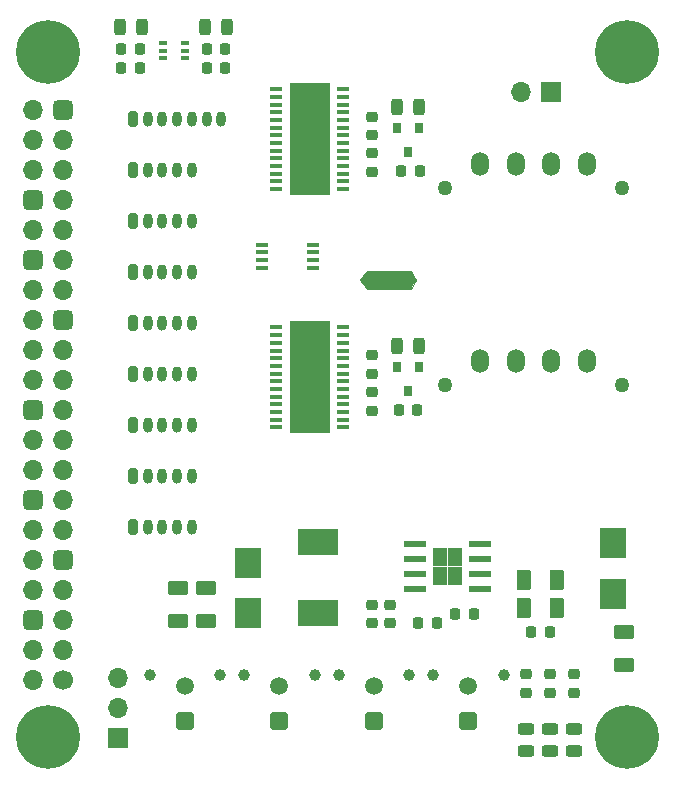
<source format=gts>
G04 #@! TF.GenerationSoftware,KiCad,Pcbnew,6.0.5-a6ca702e91~116~ubuntu20.04.1*
G04 #@! TF.CreationDate,2022-05-10T22:13:07+02:00*
G04 #@! TF.ProjectId,rysboard,72797362-6f61-4726-942e-6b696361645f,4.2*
G04 #@! TF.SameCoordinates,Original*
G04 #@! TF.FileFunction,Soldermask,Top*
G04 #@! TF.FilePolarity,Negative*
%FSLAX46Y46*%
G04 Gerber Fmt 4.6, Leading zero omitted, Abs format (unit mm)*
G04 Created by KiCad (PCBNEW 6.0.5-a6ca702e91~116~ubuntu20.04.1) date 2022-05-10 22:13:07*
%MOMM*%
%LPD*%
G01*
G04 APERTURE LIST*
G04 Aperture macros list*
%AMRoundRect*
0 Rectangle with rounded corners*
0 $1 Rounding radius*
0 $2 $3 $4 $5 $6 $7 $8 $9 X,Y pos of 4 corners*
0 Add a 4 corners polygon primitive as box body*
4,1,4,$2,$3,$4,$5,$6,$7,$8,$9,$2,$3,0*
0 Add four circle primitives for the rounded corners*
1,1,$1+$1,$2,$3*
1,1,$1+$1,$4,$5*
1,1,$1+$1,$6,$7*
1,1,$1+$1,$8,$9*
0 Add four rect primitives between the rounded corners*
20,1,$1+$1,$2,$3,$4,$5,0*
20,1,$1+$1,$4,$5,$6,$7,0*
20,1,$1+$1,$6,$7,$8,$9,0*
20,1,$1+$1,$8,$9,$2,$3,0*%
G04 Aperture macros list end*
%ADD10C,0.100000*%
%ADD11RoundRect,0.243750X0.243750X0.456250X-0.243750X0.456250X-0.243750X-0.456250X0.243750X-0.456250X0*%
%ADD12RoundRect,0.250000X-0.375000X-0.625000X0.375000X-0.625000X0.375000X0.625000X-0.375000X0.625000X0*%
%ADD13RoundRect,0.218750X-0.218750X-0.256250X0.218750X-0.256250X0.218750X0.256250X-0.218750X0.256250X0*%
%ADD14RoundRect,0.218750X0.256250X-0.218750X0.256250X0.218750X-0.256250X0.218750X-0.256250X-0.218750X0*%
%ADD15RoundRect,0.218750X-0.256250X0.218750X-0.256250X-0.218750X0.256250X-0.218750X0.256250X0.218750X0*%
%ADD16RoundRect,0.218750X0.218750X0.256250X-0.218750X0.256250X-0.218750X-0.256250X0.218750X-0.256250X0*%
%ADD17R,1.700000X1.700000*%
%ADD18O,1.700000X1.700000*%
%ADD19C,1.000000*%
%ADD20RoundRect,0.250001X0.499999X0.499999X-0.499999X0.499999X-0.499999X-0.499999X0.499999X-0.499999X0*%
%ADD21C,1.500000*%
%ADD22R,1.100000X0.400000*%
%ADD23R,3.400000X9.500000*%
%ADD24RoundRect,0.243750X-0.456250X0.243750X-0.456250X-0.243750X0.456250X-0.243750X0.456250X0.243750X0*%
%ADD25R,2.300000X2.500000*%
%ADD26RoundRect,0.250000X-0.625000X0.375000X-0.625000X-0.375000X0.625000X-0.375000X0.625000X0.375000X0*%
%ADD27R,1.910000X0.610000*%
%ADD28R,1.205000X1.550000*%
%ADD29R,0.800000X0.900000*%
%ADD30RoundRect,0.200000X-0.200000X-0.450000X0.200000X-0.450000X0.200000X0.450000X-0.200000X0.450000X0*%
%ADD31O,0.800000X1.300000*%
%ADD32C,1.270000*%
%ADD33O,1.500000X2.020000*%
%ADD34RoundRect,0.243750X-0.243750X-0.456250X0.243750X-0.456250X0.243750X0.456250X-0.243750X0.456250X0*%
%ADD35C,5.400000*%
%ADD36R,0.650000X0.400000*%
%ADD37R,3.500000X2.300000*%
%ADD38C,1.700000*%
%ADD39RoundRect,0.425000X-0.425000X-0.425000X0.425000X-0.425000X0.425000X0.425000X-0.425000X0.425000X0*%
G04 APERTURE END LIST*
D10*
G36*
X110000000Y-88400000D02*
G01*
X109550000Y-89150000D01*
X105800000Y-89150000D01*
X105250000Y-88400000D01*
X105800000Y-87650000D01*
X109550000Y-87650000D01*
X110000000Y-88400000D01*
G37*
X110000000Y-88400000D02*
X109550000Y-89150000D01*
X105800000Y-89150000D01*
X105250000Y-88400000D01*
X105800000Y-87650000D01*
X109550000Y-87650000D01*
X110000000Y-88400000D01*
D11*
X110200000Y-94000000D03*
X108325000Y-94000000D03*
X110200000Y-73800000D03*
X108325000Y-73800000D03*
D12*
X119100000Y-113800000D03*
X121900000Y-113800000D03*
X119100000Y-116200000D03*
X121900000Y-116200000D03*
D13*
X119712500Y-118200000D03*
X121287500Y-118200000D03*
D14*
X106200000Y-117500000D03*
X106200000Y-115925000D03*
X107800000Y-117487500D03*
X107800000Y-115912500D03*
D15*
X106200000Y-77700000D03*
X106200000Y-79275000D03*
D16*
X111700000Y-117500000D03*
X110125000Y-117500000D03*
X114875000Y-116700000D03*
X113300000Y-116700000D03*
D17*
X84700000Y-127230000D03*
D18*
X84700000Y-124690000D03*
X84700000Y-122150000D03*
D19*
X103400000Y-121860000D03*
X109400000Y-121860000D03*
D20*
X106400000Y-125800000D03*
D21*
X106400000Y-122800000D03*
D14*
X123300000Y-123400000D03*
X123300000Y-121825000D03*
D22*
X103800000Y-100900000D03*
X103800000Y-100250000D03*
X103800000Y-99600000D03*
X103800000Y-98950000D03*
X103800000Y-98300000D03*
X103800000Y-97650000D03*
X103800000Y-97000000D03*
X103800000Y-96350000D03*
X103800000Y-95700000D03*
X103800000Y-95050000D03*
X103800000Y-94400000D03*
X103800000Y-93750000D03*
X103800000Y-93100000D03*
X103800000Y-92450000D03*
X98100000Y-92450000D03*
X98100000Y-93100000D03*
X98100000Y-93750000D03*
X98100000Y-94400000D03*
X98100000Y-95050000D03*
X98100000Y-95700000D03*
X98100000Y-96350000D03*
X98100000Y-97000000D03*
X98100000Y-97650000D03*
X98100000Y-98300000D03*
X98100000Y-98950000D03*
X98100000Y-99600000D03*
X98100000Y-100250000D03*
X98100000Y-100900000D03*
D23*
X100950000Y-96675000D03*
D19*
X93400000Y-121860000D03*
X87400000Y-121860000D03*
D20*
X90400000Y-125800000D03*
D21*
X90400000Y-122800000D03*
D24*
X119240000Y-126470000D03*
X119240000Y-128345000D03*
X121300000Y-126462500D03*
X121300000Y-128337500D03*
X123350000Y-126460000D03*
X123350000Y-128335000D03*
D14*
X119300000Y-123400000D03*
X119300000Y-121825000D03*
D25*
X126600000Y-110700000D03*
X126600000Y-115000000D03*
D26*
X127600000Y-118200000D03*
X127600000Y-121000000D03*
D22*
X103800000Y-80725000D03*
X103800000Y-80075000D03*
X103800000Y-79425000D03*
X103800000Y-78775000D03*
X103800000Y-78125000D03*
X103800000Y-77475000D03*
X103800000Y-76825000D03*
X103800000Y-76175000D03*
X103800000Y-75525000D03*
X103800000Y-74875000D03*
X103800000Y-74225000D03*
X103800000Y-73575000D03*
X103800000Y-72925000D03*
X103800000Y-72275000D03*
X98100000Y-72275000D03*
X98100000Y-72925000D03*
X98100000Y-73575000D03*
X98100000Y-74225000D03*
X98100000Y-74875000D03*
X98100000Y-75525000D03*
X98100000Y-76175000D03*
X98100000Y-76825000D03*
X98100000Y-77475000D03*
X98100000Y-78125000D03*
X98100000Y-78775000D03*
X98100000Y-79425000D03*
X98100000Y-80075000D03*
X98100000Y-80725000D03*
D23*
X100950000Y-76500000D03*
D27*
X115404000Y-114583000D03*
X115404000Y-113313000D03*
X115404000Y-112043000D03*
X115404000Y-110773000D03*
X109844000Y-110773000D03*
X109844000Y-112043000D03*
X109844000Y-113313000D03*
X109844000Y-114583000D03*
D28*
X113226500Y-111903000D03*
X113226500Y-113453000D03*
X112021500Y-111903000D03*
X112021500Y-113453000D03*
D14*
X121300000Y-123400000D03*
X121300000Y-121825000D03*
D29*
X110250000Y-75600000D03*
X108350000Y-75600000D03*
X109300000Y-77600000D03*
D15*
X106200000Y-74612500D03*
X106200000Y-76187500D03*
D16*
X110300000Y-79200000D03*
X108725000Y-79200000D03*
D30*
X85992000Y-96354000D03*
D31*
X87242000Y-96354000D03*
X88492000Y-96354000D03*
X89742000Y-96354000D03*
X90992000Y-96354000D03*
D30*
X85992000Y-92036000D03*
D31*
X87242000Y-92036000D03*
X88492000Y-92036000D03*
X89742000Y-92036000D03*
X90992000Y-92036000D03*
D30*
X85992000Y-87718000D03*
D31*
X87242000Y-87718000D03*
X88492000Y-87718000D03*
X89742000Y-87718000D03*
X90992000Y-87718000D03*
D30*
X85992000Y-104990000D03*
D31*
X87242000Y-104990000D03*
X88492000Y-104990000D03*
X89742000Y-104990000D03*
X90992000Y-104990000D03*
D30*
X85992000Y-83400000D03*
D31*
X87242000Y-83400000D03*
X88492000Y-83400000D03*
X89742000Y-83400000D03*
X90992000Y-83400000D03*
D30*
X85992000Y-79082000D03*
D31*
X87242000Y-79082000D03*
X88492000Y-79082000D03*
X89742000Y-79082000D03*
X90992000Y-79082000D03*
D32*
X112400000Y-80600000D03*
X127400000Y-80600000D03*
D33*
X124400000Y-78640000D03*
X121400000Y-78640000D03*
X118400000Y-78640000D03*
X115400000Y-78640000D03*
D32*
X112400000Y-97285000D03*
X127400000Y-97285000D03*
D33*
X124400000Y-95325000D03*
X121400000Y-95325000D03*
X118400000Y-95325000D03*
X115400000Y-95325000D03*
D29*
X110250000Y-95800000D03*
X108350000Y-95800000D03*
X109300000Y-97800000D03*
D15*
X106200000Y-94812500D03*
X106200000Y-96387500D03*
X106200000Y-97912500D03*
X106200000Y-99487500D03*
D16*
X110075000Y-99400000D03*
X108500000Y-99400000D03*
D11*
X86800000Y-67000000D03*
X84925000Y-67000000D03*
D34*
X92062500Y-67000000D03*
X93937500Y-67000000D03*
D16*
X93800000Y-68900000D03*
X92225000Y-68900000D03*
D13*
X92225000Y-70500000D03*
X93800000Y-70500000D03*
D16*
X86587500Y-70500000D03*
X85012500Y-70500000D03*
D19*
X111400000Y-121860000D03*
X117400000Y-121860000D03*
D20*
X114400000Y-125800000D03*
D21*
X114400000Y-122800000D03*
D35*
X78800000Y-127150000D03*
X78800000Y-69150000D03*
X127800000Y-69150000D03*
X127800000Y-127150000D03*
D30*
X85992000Y-109308000D03*
D31*
X87242000Y-109308000D03*
X88492000Y-109308000D03*
X89742000Y-109308000D03*
X90992000Y-109308000D03*
D16*
X86587500Y-68900000D03*
X85012500Y-68900000D03*
D30*
X85992000Y-100672000D03*
D31*
X87242000Y-100672000D03*
X88492000Y-100672000D03*
X89742000Y-100672000D03*
X90992000Y-100672000D03*
D19*
X95400000Y-121860000D03*
X101400000Y-121860000D03*
D20*
X98400000Y-125800000D03*
D21*
X98400000Y-122800000D03*
D30*
X85992000Y-74764000D03*
D31*
X87242000Y-74764000D03*
X88492000Y-74764000D03*
X89742000Y-74764000D03*
X90992000Y-74764000D03*
X92242000Y-74764000D03*
X93492000Y-74764000D03*
D36*
X88500000Y-68350000D03*
X88500000Y-69000000D03*
X88500000Y-69650000D03*
X90400000Y-69650000D03*
X90400000Y-69000000D03*
X90400000Y-68350000D03*
D17*
X121400000Y-72500000D03*
D18*
X118860000Y-72500000D03*
D22*
X96950000Y-85425000D03*
X96950000Y-86075000D03*
X96950000Y-86725000D03*
X96950000Y-87375000D03*
X101250000Y-87375000D03*
X101250000Y-86725000D03*
X101250000Y-86075000D03*
X101250000Y-85425000D03*
D37*
X101700000Y-110600000D03*
X101700000Y-116600000D03*
D26*
X89800000Y-114500000D03*
X89800000Y-117300000D03*
D25*
X95700000Y-112350000D03*
X95700000Y-116650000D03*
D26*
X92200000Y-114500000D03*
X92200000Y-117300000D03*
D38*
X80064500Y-122271100D03*
D18*
X77524500Y-122271100D03*
X80064500Y-119731100D03*
X77524500Y-119731100D03*
X80064500Y-117191100D03*
D39*
X77524500Y-117191100D03*
D18*
X80064500Y-114651100D03*
X77524500Y-114651100D03*
D39*
X80064500Y-112111100D03*
D18*
X77524500Y-112111100D03*
X80064500Y-109571100D03*
X77524500Y-109571100D03*
X80064500Y-107031100D03*
D39*
X77524500Y-107031100D03*
D18*
X80064500Y-104491100D03*
X77524500Y-104491100D03*
X80064500Y-101951100D03*
X77524500Y-101951100D03*
X80064500Y-99411100D03*
D39*
X77524500Y-99411100D03*
D18*
X80064500Y-96871100D03*
X77524500Y-96871100D03*
X80064500Y-94331100D03*
X77524500Y-94331100D03*
D39*
X80064500Y-91791100D03*
D18*
X77524500Y-91791100D03*
X80064500Y-89251100D03*
X77524500Y-89251100D03*
X80064500Y-86711100D03*
D39*
X77524500Y-86711100D03*
D18*
X80064500Y-84171100D03*
X77524500Y-84171100D03*
X80064500Y-81631100D03*
D39*
X77524500Y-81631100D03*
D18*
X80064500Y-79091100D03*
X77524500Y-79091100D03*
X80064500Y-76551100D03*
X77524500Y-76551100D03*
D39*
X80064500Y-74011100D03*
D18*
X77524500Y-74011100D03*
M02*

</source>
